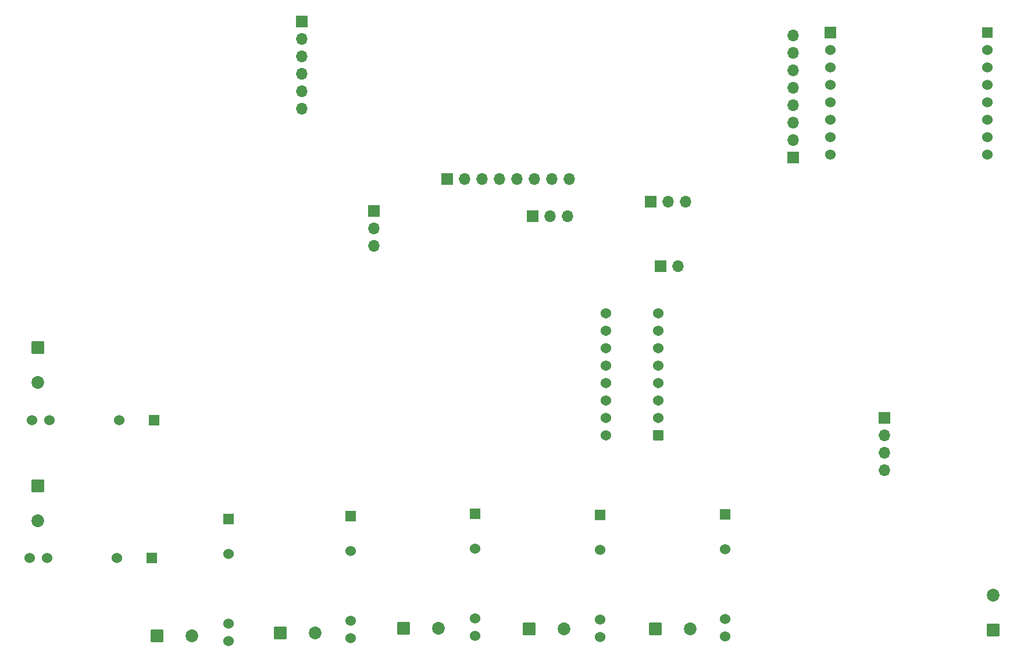
<source format=gbr>
%TF.GenerationSoftware,KiCad,Pcbnew,8.0.0*%
%TF.CreationDate,2025-02-17T23:08:18+05:30*%
%TF.ProjectId,MCU_motorcycle,4d43555f-6d6f-4746-9f72-6379636c652e,rev?*%
%TF.SameCoordinates,Original*%
%TF.FileFunction,Soldermask,Bot*%
%TF.FilePolarity,Negative*%
%FSLAX46Y46*%
G04 Gerber Fmt 4.6, Leading zero omitted, Abs format (unit mm)*
G04 Created by KiCad (PCBNEW 8.0.0) date 2025-02-17 23:08:18*
%MOMM*%
%LPD*%
G01*
G04 APERTURE LIST*
G04 Aperture macros list*
%AMRoundRect*
0 Rectangle with rounded corners*
0 $1 Rounding radius*
0 $2 $3 $4 $5 $6 $7 $8 $9 X,Y pos of 4 corners*
0 Add a 4 corners polygon primitive as box body*
4,1,4,$2,$3,$4,$5,$6,$7,$8,$9,$2,$3,0*
0 Add four circle primitives for the rounded corners*
1,1,$1+$1,$2,$3*
1,1,$1+$1,$4,$5*
1,1,$1+$1,$6,$7*
1,1,$1+$1,$8,$9*
0 Add four rect primitives between the rounded corners*
20,1,$1+$1,$2,$3,$4,$5,0*
20,1,$1+$1,$4,$5,$6,$7,0*
20,1,$1+$1,$6,$7,$8,$9,0*
20,1,$1+$1,$8,$9,$2,$3,0*%
G04 Aperture macros list end*
%ADD10RoundRect,0.102000X-0.825000X-0.825000X0.825000X-0.825000X0.825000X0.825000X-0.825000X0.825000X0*%
%ADD11C,1.854000*%
%ADD12RoundRect,0.102000X0.664000X0.664000X-0.664000X0.664000X-0.664000X-0.664000X0.664000X-0.664000X0*%
%ADD13C,1.532000*%
%ADD14R,1.524000X1.524000*%
%ADD15C,1.524000*%
%ADD16R,1.700000X1.700000*%
%ADD17O,1.700000X1.700000*%
%ADD18R,1.676400X1.676400*%
%ADD19RoundRect,0.102000X0.825000X-0.825000X0.825000X0.825000X-0.825000X0.825000X-0.825000X-0.825000X0*%
%ADD20RoundRect,0.102000X-0.825000X0.825000X-0.825000X-0.825000X0.825000X-0.825000X0.825000X0.825000X0*%
G04 APERTURE END LIST*
D10*
%TO.C,J13*%
X111970000Y-138250000D03*
D11*
X117050000Y-138250000D03*
%TD*%
D12*
%TO.C,U5*%
X149000000Y-110140000D03*
D13*
X149000000Y-107600000D03*
X149000000Y-105060000D03*
X149000000Y-102520000D03*
X149000000Y-99980000D03*
X149000000Y-97440000D03*
X149000000Y-94900000D03*
X149000000Y-92360000D03*
X141380000Y-92360000D03*
X141380000Y-94900000D03*
X141380000Y-97440000D03*
X141380000Y-99980000D03*
X141380000Y-102520000D03*
X141380000Y-105060000D03*
X141380000Y-107600000D03*
X141380000Y-110140000D03*
%TD*%
D14*
%TO.C,U10*%
X140600000Y-121770000D03*
D15*
X140600000Y-126850000D03*
X140600000Y-137010000D03*
X140600000Y-139550000D03*
%TD*%
D16*
%TO.C,J8*%
X118320000Y-72800000D03*
D17*
X120860000Y-72800000D03*
X123400000Y-72800000D03*
X125940000Y-72800000D03*
X128480000Y-72800000D03*
X131020000Y-72800000D03*
X133560000Y-72800000D03*
X136100000Y-72800000D03*
%TD*%
D16*
%TO.C,J4*%
X149360000Y-85500000D03*
D17*
X151900000Y-85500000D03*
%TD*%
D14*
%TO.C,U9*%
X75280000Y-127980000D03*
D15*
X70200000Y-127980000D03*
X60040000Y-127980000D03*
X57500000Y-127980000D03*
%TD*%
D14*
%TO.C,U6*%
X122400000Y-121570000D03*
D15*
X122400000Y-126650000D03*
X122400000Y-136810000D03*
X122400000Y-139350000D03*
%TD*%
D18*
%TO.C,CON1*%
X174127500Y-51472500D03*
D15*
X174127500Y-54012500D03*
X174127500Y-56552500D03*
X174127500Y-59092500D03*
X174127500Y-61632500D03*
X174127500Y-64172500D03*
X174127500Y-66712500D03*
X174127500Y-69252500D03*
X196987500Y-69252500D03*
X196987500Y-66712500D03*
X196987500Y-64172500D03*
X196987500Y-61632500D03*
X196987500Y-59092500D03*
X196987500Y-56552500D03*
X196987500Y-54012500D03*
D14*
X196987500Y-51472500D03*
%TD*%
D16*
%TO.C,J18*%
X130720000Y-78200000D03*
D17*
X133260000Y-78200000D03*
X135800000Y-78200000D03*
%TD*%
D19*
%TO.C,J10*%
X197800000Y-138540000D03*
D11*
X197800000Y-133460000D03*
%TD*%
D16*
%TO.C,J6*%
X97150000Y-49875000D03*
D17*
X97150000Y-52415000D03*
X97150000Y-54955000D03*
X97150000Y-57495000D03*
X97150000Y-60035000D03*
X97150000Y-62575000D03*
%TD*%
D14*
%TO.C,U11*%
X75590000Y-107900000D03*
D15*
X70510000Y-107900000D03*
X60350000Y-107900000D03*
X57810000Y-107900000D03*
%TD*%
D10*
%TO.C,J14*%
X94010000Y-138900000D03*
D11*
X99090000Y-138900000D03*
%TD*%
D14*
%TO.C,U7*%
X104250000Y-121870000D03*
D15*
X104250000Y-126950000D03*
X104250000Y-137110000D03*
X104250000Y-139650000D03*
%TD*%
D20*
%TO.C,J16*%
X58700000Y-117520000D03*
D11*
X58700000Y-122600000D03*
%TD*%
D10*
%TO.C,J15*%
X76070000Y-139350000D03*
D11*
X81150000Y-139350000D03*
%TD*%
D10*
%TO.C,J12*%
X130270000Y-138350000D03*
D11*
X135350000Y-138350000D03*
%TD*%
D16*
%TO.C,J3*%
X168700000Y-69640000D03*
D17*
X168700000Y-67100000D03*
X168700000Y-64560000D03*
X168700000Y-62020000D03*
X168700000Y-59480000D03*
X168700000Y-56940000D03*
X168700000Y-54400000D03*
X168700000Y-51860000D03*
%TD*%
D16*
%TO.C,J9*%
X181925000Y-107620000D03*
D17*
X181925000Y-110160000D03*
X181925000Y-112700000D03*
X181925000Y-115240000D03*
%TD*%
D10*
%TO.C,J11*%
X148570000Y-138350000D03*
D11*
X153650000Y-138350000D03*
%TD*%
D14*
%TO.C,U12*%
X158750000Y-121670000D03*
D15*
X158750000Y-126750000D03*
X158750000Y-136910000D03*
X158750000Y-139450000D03*
%TD*%
D16*
%TO.C,J2*%
X107600000Y-77475000D03*
D17*
X107600000Y-80015000D03*
X107600000Y-82555000D03*
%TD*%
D16*
%TO.C,J1*%
X147960000Y-76100000D03*
D17*
X150500000Y-76100000D03*
X153040000Y-76100000D03*
%TD*%
D20*
%TO.C,J17*%
X58700000Y-97370000D03*
D11*
X58700000Y-102450000D03*
%TD*%
D14*
%TO.C,U8*%
X86500000Y-122320000D03*
D15*
X86500000Y-127400000D03*
X86500000Y-137560000D03*
X86500000Y-140100000D03*
%TD*%
M02*

</source>
